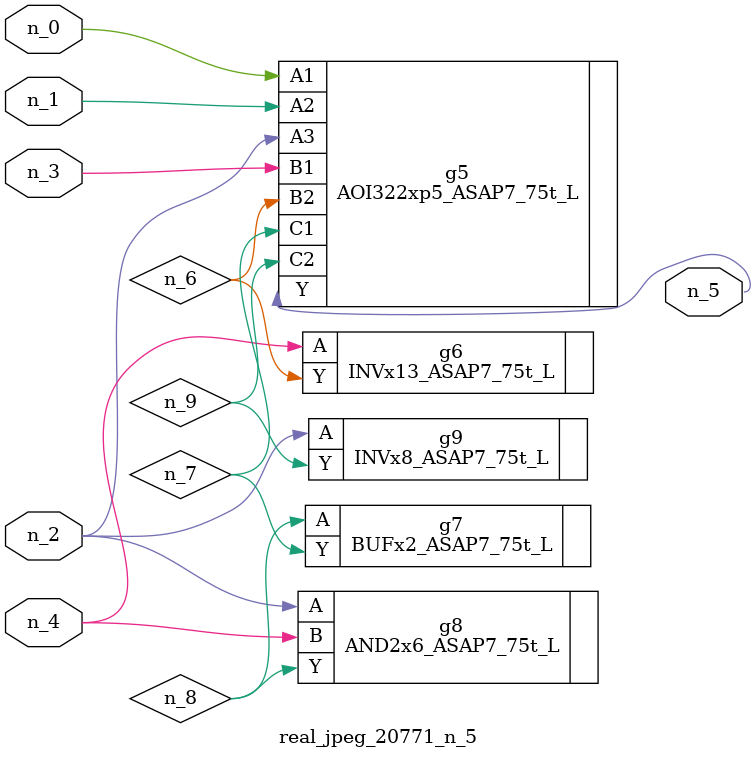
<source format=v>
module real_jpeg_20771_n_5 (n_4, n_0, n_1, n_2, n_3, n_5);

input n_4;
input n_0;
input n_1;
input n_2;
input n_3;

output n_5;

wire n_8;
wire n_6;
wire n_7;
wire n_9;

AOI322xp5_ASAP7_75t_L g5 ( 
.A1(n_0),
.A2(n_1),
.A3(n_2),
.B1(n_3),
.B2(n_6),
.C1(n_7),
.C2(n_9),
.Y(n_5)
);

AND2x6_ASAP7_75t_L g8 ( 
.A(n_2),
.B(n_4),
.Y(n_8)
);

INVx8_ASAP7_75t_L g9 ( 
.A(n_2),
.Y(n_9)
);

INVx13_ASAP7_75t_L g6 ( 
.A(n_4),
.Y(n_6)
);

BUFx2_ASAP7_75t_L g7 ( 
.A(n_8),
.Y(n_7)
);


endmodule
</source>
